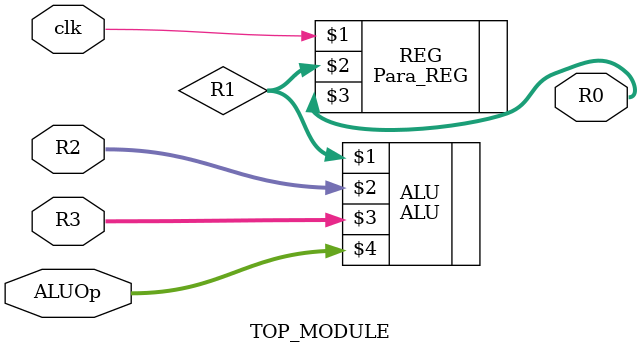
<source format=v>
`timescale 1ns / 1ps
module TOP_MODULE(R2,R3,ALUOp,clk,R0);

parameter W = 32;

input [W-1:0]R2,R3;
input [2:0]ALUOp; //3 bit to define mode of ALU
input clk;
output [W-1:0]R0; //final output

//middle wire between ALU and REG
wire [W-1:0]R1;

//Reads inputs R2, R3 and the mode then outputs R1.
ALU #(.W(W)) ALU(R1,R2,R3,ALUOp); 
//takes in R1 and clk input then outputs R0.
Para_REG #(.W(W)) REG(clk,R1,R0); 

endmodule

</source>
